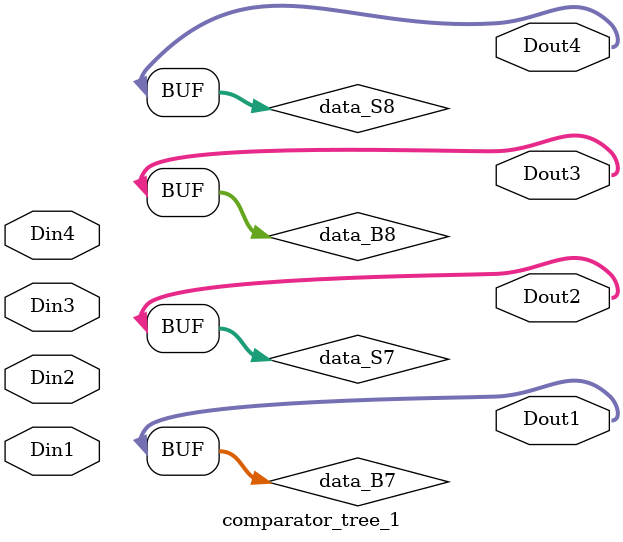
<source format=v>


module comparator_tree_1 #( parameter W =32)
                        ( 
                         input      [W-1:0] Din1 ,Din2 , Din3 ,Din4  ,
                         output     [W-1:0] Dout1,Dout2, Dout3,Dout4
                        ); 
                        


wire [W-1:0] data_B1,data_B2,data_B3,data_B4,data_B5,data_B6,data_B7,data_B8 ; //,data_B9,data_B10,data_B11,data_B12,data_B13,data_B14,data_B15,data_B16,data_B17,data_B18;
wire [W-1:0] data_S1,data_S2,data_S3,data_S4,data_S5,data_S6,data_S7,data_S8 ; // // //,data_S8,data_S9,data_S10,data_S11,data_S12,data_S13,data_S14,data_S15,data_S16,data_S17,data_S18;


// STAGE 1 
comparator #(32) C1A    ( Din1 ,Din2 ,data_B1 ,data_S1);
comparator #(32) C1B    ( Din3 ,Din4 ,data_B2 ,data_S2);


// STAGE 2
comparator #(32) C2A    ( data_B1 ,data_S2 ,data_B3 ,data_S3);  
comparator #(32) C2B    ( data_S1 ,data_B2 ,data_B4 ,data_S4);  


// STAGE 3
comparator #(32) C3A    ( data_B3 ,data_S4 ,data_B5  ,data_S5 );
comparator #(32) C3B    ( data_S3 ,data_B4 ,data_B6  ,data_S6 );



assign Dout1 = data_B7;
assign Dout2 = data_S7;
assign Dout3 = data_B8;
assign Dout4 = data_S8;


endmodule
</source>
